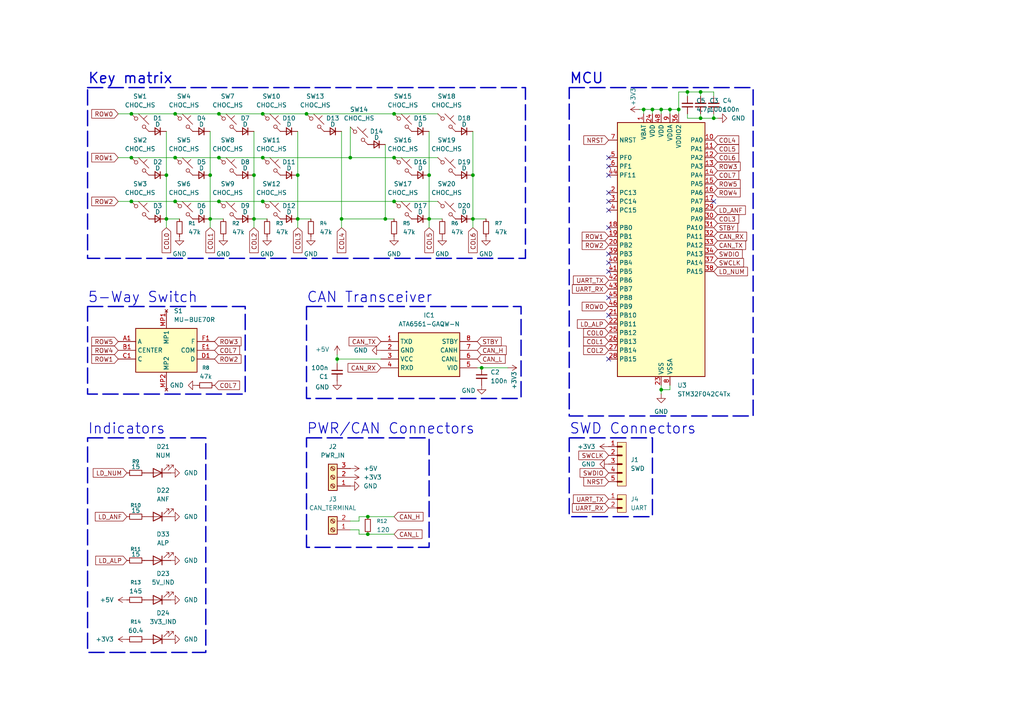
<source format=kicad_sch>
(kicad_sch (version 20250114) (generator "eeschema") (generator_version "9.0")
  (paper "A4")
  (title_block (title "AstraOS-ICP") (rev "2"))
  (rectangle (start 165.1 127) (end 189.23 149.86) (stroke (width 0.4) (type dash)))
  (rectangle (start 25.4 88.9) (end 71.12 114.3) (stroke (width 0.4) (type dash)))
  (rectangle (start 88.9 127) (end 124.46 158.75) (stroke (width 0.4) (type dash)))
  (rectangle (start 25.4 25.4) (end 152.4 74.93) (stroke (width 0.4) (type dash)))
  (rectangle (start 165.1 25.4) (end 218.44 120.65) (stroke (width 0.4) (type dash)))
  (rectangle (start 88.9 88.9) (end 151.13 115.57) (stroke (width 0.4) (type dash)))
  (rectangle (start 25.4 127) (end 59.69 189.23) (stroke (width 0.4) (type dash)))
  (text "Indicators" (at 25.4 124.46 0) (effects (font (size 3 3) (thickness 0.25)) (justify left)))
  (text "CAN Transceiver" (at 88.9 86.36 0) (effects (font (size 3 3) (thickness 0.25)) (justify left)))
  (text "PWR/CAN Connectors" (at 88.9 124.46 0) (effects (font (size 3 3) (thickness 0.25)) (justify left)))
  (text "SWD Connectors" (at 165.1 124.46 0) (effects (font (size 3 3) (thickness 0.25)) (justify left)))
  (text "MCU" (at 165.1 22.86 0) (effects (font (size 3 3) (thickness 0.375)) (justify left)))
  (text "Key matrix" (at 25.4 22.86 0) (effects (font (size 3 3) (thickness 0.375)) (justify left)))
  (text "5-Way Switch" (at 25.4 86.36 0) (effects (font (size 3 3) (thickness 0.25)) (justify left)))
  (junction (at 203.2 34.29))
  (junction (at 38.1 58.42))
  (junction (at 60.96 50.8))
  (junction (at 124.46 63.5))
  (junction (at 63.5 58.42))
  (junction (at 76.2 45.72))
  (junction (at 50.8 45.72))
  (junction (at 203.2 26.67))
  (junction (at 73.66 63.5))
  (junction (at 199.39 26.67))
  (junction (at 38.1 45.72))
  (junction (at 63.5 45.72))
  (junction (at 86.36 63.5))
  (junction (at 191.77 31.75))
  (junction (at 86.36 50.8))
  (junction (at 106.68 154.94))
  (junction (at 137.16 50.8))
  (junction (at 114.3 45.72))
  (junction (at 76.2 58.42))
  (junction (at 124.46 50.8))
  (junction (at 99.06 63.5))
  (junction (at 50.8 58.42))
  (junction (at 194.31 31.75))
  (junction (at 97.79 104.14))
  (junction (at 106.68 149.86))
  (junction (at 207.01 34.29))
  (junction (at 137.16 63.5))
  (junction (at 88.9 33.02))
  (junction (at 63.5 33.02))
  (junction (at 101.6 45.72))
  (junction (at 76.2 33.02))
  (junction (at 50.8 33.02))
  (junction (at 196.85 31.75))
  (junction (at 139.7 106.68))
  (junction (at 189.23 31.75))
  (junction (at 48.26 63.5))
  (junction (at 186.69 31.75))
  (junction (at 111.76 63.5))
  (junction (at 73.66 50.8))
  (junction (at 114.3 58.42))
  (junction (at 114.3 33.02))
  (junction (at 38.1 33.02))
  (junction (at 60.96 63.5))
  (junction (at 48.26 50.8))
  (junction (at 191.77 113.03))
  (no_connect (at 176.53 48.26))
  (no_connect (at 176.53 73.66))
  (no_connect (at 207.01 58.42))
  (no_connect (at 176.53 50.8))
  (no_connect (at 176.53 86.36))
  (no_connect (at 176.53 78.74))
  (no_connect (at 176.53 58.42))
  (no_connect (at 176.53 55.88))
  (no_connect (at 176.53 45.72))
  (no_connect (at 176.53 76.2))
  (no_connect (at 176.53 104.14))
  (no_connect (at 176.53 91.44))
  (no_connect (at 176.53 66.04))
  (no_connect (at 176.53 60.96))
  (wire (pts (xy 191.77 111.76) (xy 191.77 113.03)))
  (wire (pts (xy 207.01 26.67) (xy 207.01 27.94)))
  (wire (pts (xy 60.96 63.5) (xy 64.77 63.5)))
  (wire (pts (xy 207.01 34.29) (xy 207.01 33.02)))
  (wire (pts (xy 114.3 45.72) (xy 127 45.72)))
  (wire (pts (xy 207.01 34.29) (xy 208.28 34.29)))
  (wire (pts (xy 196.85 26.67) (xy 199.39 26.67)))
  (wire (pts (xy 101.6 36.83) (xy 101.6 45.72)))
  (wire (pts (xy 186.69 31.75) (xy 186.69 33.02)))
  (wire (pts (xy 189.23 31.75) (xy 191.77 31.75)))
  (wire (pts (xy 191.77 113.03) (xy 194.31 113.03)))
  (wire (pts (xy 50.8 45.72) (xy 63.5 45.72)))
  (wire (pts (xy 73.66 50.8) (xy 73.66 63.5)))
  (wire (pts (xy 191.77 31.75) (xy 191.77 33.02)))
  (wire (pts (xy 194.31 31.75) (xy 196.85 31.75)))
  (wire (pts (xy 50.8 33.02) (xy 63.5 33.02)))
  (wire (pts (xy 139.7 106.68) (xy 138.43 106.68)))
  (wire (pts (xy 189.23 31.75) (xy 189.23 33.02)))
  (wire (pts (xy 137.16 38.1) (xy 137.16 50.8)))
  (wire (pts (xy 73.66 38.1) (xy 73.66 50.8)))
  (wire (pts (xy 199.39 26.67) (xy 199.39 27.94)))
  (wire (pts (xy 114.3 58.42) (xy 127 58.42)))
  (wire (pts (xy 186.69 31.75) (xy 189.23 31.75)))
  (wire (pts (xy 97.79 104.14) (xy 110.49 104.14)))
  (wire (pts (xy 101.6 45.72) (xy 114.3 45.72)))
  (wire (pts (xy 63.5 58.42) (xy 76.2 58.42)))
  (wire (pts (xy 106.68 154.94) (xy 114.3 154.94)))
  (wire (pts (xy 86.36 63.5) (xy 86.36 66.04)))
  (wire (pts (xy 48.26 63.5) (xy 52.07 63.5)))
  (wire (pts (xy 137.16 63.5) (xy 140.97 63.5)))
  (wire (pts (xy 111.76 63.5) (xy 114.3 63.5)))
  (wire (pts (xy 50.8 58.42) (xy 63.5 58.42)))
  (wire (pts (xy 34.29 33.02) (xy 38.1 33.02)))
  (wire (pts (xy 63.5 33.02) (xy 76.2 33.02)))
  (wire (pts (xy 203.2 26.67) (xy 207.01 26.67)))
  (wire (pts (xy 194.31 113.03) (xy 194.31 111.76)))
  (wire (pts (xy 104.14 153.67) (xy 104.14 154.94)))
  (wire (pts (xy 99.06 63.5) (xy 111.76 63.5)))
  (wire (pts (xy 38.1 33.02) (xy 50.8 33.02)))
  (wire (pts (xy 147.32 106.68) (xy 139.7 106.68)))
  (wire (pts (xy 199.39 34.29) (xy 203.2 34.29)))
  (wire (pts (xy 63.5 45.72) (xy 76.2 45.72)))
  (wire (pts (xy 60.96 38.1) (xy 60.96 50.8)))
  (wire (pts (xy 191.77 113.03) (xy 191.77 114.3)))
  (wire (pts (xy 48.26 50.8) (xy 48.26 63.5)))
  (wire (pts (xy 104.14 154.94) (xy 106.68 154.94)))
  (wire (pts (xy 137.16 63.5) (xy 137.16 66.04)))
  (wire (pts (xy 60.96 63.5) (xy 60.96 66.04)))
  (wire (pts (xy 97.79 105.41) (xy 97.79 104.14)))
  (wire (pts (xy 124.46 50.8) (xy 124.46 63.5)))
  (wire (pts (xy 124.46 38.1) (xy 124.46 50.8)))
  (wire (pts (xy 203.2 34.29) (xy 207.01 34.29)))
  (wire (pts (xy 196.85 31.75) (xy 196.85 33.02)))
  (wire (pts (xy 86.36 38.1) (xy 86.36 50.8)))
  (wire (pts (xy 104.14 149.86) (xy 106.68 149.86)))
  (wire (pts (xy 137.16 50.8) (xy 137.16 63.5)))
  (wire (pts (xy 104.14 151.13) (xy 104.14 149.86)))
  (wire (pts (xy 38.1 58.42) (xy 50.8 58.42)))
  (wire (pts (xy 99.06 38.1) (xy 99.06 63.5)))
  (wire (pts (xy 203.2 26.67) (xy 203.2 27.94)))
  (wire (pts (xy 199.39 33.02) (xy 199.39 34.29)))
  (wire (pts (xy 194.31 31.75) (xy 194.31 33.02)))
  (wire (pts (xy 86.36 50.8) (xy 86.36 63.5)))
  (wire (pts (xy 60.96 50.8) (xy 60.96 63.5)))
  (wire (pts (xy 196.85 31.75) (xy 196.85 26.67)))
  (wire (pts (xy 124.46 63.5) (xy 124.46 66.04)))
  (wire (pts (xy 76.2 58.42) (xy 114.3 58.42)))
  (wire (pts (xy 48.26 63.5) (xy 48.26 66.04)))
  (wire (pts (xy 34.29 58.42) (xy 38.1 58.42)))
  (wire (pts (xy 38.1 45.72) (xy 50.8 45.72)))
  (wire (pts (xy 114.3 33.02) (xy 127 33.02)))
  (wire (pts (xy 73.66 63.5) (xy 77.47 63.5)))
  (wire (pts (xy 76.2 33.02) (xy 88.9 33.02)))
  (wire (pts (xy 73.66 63.5) (xy 73.66 66.04)))
  (wire (pts (xy 86.36 63.5) (xy 90.17 63.5)))
  (wire (pts (xy 106.68 149.86) (xy 114.3 149.86)))
  (wire (pts (xy 99.06 63.5) (xy 99.06 66.04)))
  (wire (pts (xy 185.42 31.75) (xy 186.69 31.75)))
  (wire (pts (xy 111.76 41.91) (xy 111.76 63.5)))
  (wire (pts (xy 124.46 63.5) (xy 128.27 63.5)))
  (wire (pts (xy 88.9 33.02) (xy 114.3 33.02)))
  (wire (pts (xy 203.2 34.29) (xy 203.2 33.02)))
  (wire (pts (xy 34.29 45.72) (xy 38.1 45.72)))
  (wire (pts (xy 76.2 45.72) (xy 101.6 45.72)))
  (wire (pts (xy 48.26 38.1) (xy 48.26 50.8)))
  (wire (pts (xy 101.6 151.13) (xy 104.14 151.13)))
  (wire (pts (xy 97.79 102.87) (xy 97.79 104.14)))
  (wire (pts (xy 101.6 153.67) (xy 104.14 153.67)))
  (wire (pts (xy 199.39 26.67) (xy 203.2 26.67)))
  (wire (pts (xy 191.77 31.75) (xy 194.31 31.75)))
  (global_label "ROW3" (shape input) (at 207.01 48.26 0) (property "Intersheetrefs" "${INTERSHEET_REFS}" (effects (hide yes))))
  (global_label "UART_TX" (shape input) (at 176.53 81.28 180) (property "Intersheetrefs" "${INTERSHEET_REFS}" (effects (hide yes))))
  (global_label "SWDIO" (shape input) (at 207.01 73.66 0) (property "Intersheetrefs" "${INTERSHEET_REFS}" (effects (hide yes))))
  (global_label "ROW4" (shape input) (at 207.01 55.88 0) (property "Intersheetrefs" "${INTERSHEET_REFS}" (effects (hide yes))))
  (global_label "NRST" (shape input) (at 176.53 139.7 180) (property "Intersheetrefs" "${INTERSHEET_REFS}" (effects (hide yes))))
  (global_label "COL0" (shape input) (at 176.53 96.52 180) (property "Intersheetrefs" "${INTERSHEET_REFS}" (effects (hide yes))))
  (global_label "ROW1" (shape input) (at 34.29 45.72 180) (property "Intersheetrefs" "${INTERSHEET_REFS}" (effects (hide yes))))
  (global_label "COL3" (shape input) (at 207.01 63.5 0) (property "Intersheetrefs" "${INTERSHEET_REFS}" (effects (hide yes))))
  (global_label "STBY" (shape input) (at 138.43 99.06 0) (property "Intersheetrefs" "${INTERSHEET_REFS}" (effects (hide yes))))
  (global_label "UART_TX" (shape input) (at 176.53 144.78 180) (property "Intersheetrefs" "${INTERSHEET_REFS}" (effects (hide yes))))
  (global_label "SWCLK" (shape input) (at 207.01 76.2 0) (property "Intersheetrefs" "${INTERSHEET_REFS}" (effects (hide yes))))
  (global_label "COL4" (shape input) (at 207.01 40.64 0) (property "Intersheetrefs" "${INTERSHEET_REFS}" (effects (hide yes))))
  (global_label "ROW2" (shape input) (at 176.53 71.12 180) (property "Intersheetrefs" "${INTERSHEET_REFS}" (effects (hide yes))))
  (global_label "ROW4" (shape input) (at 34.29 101.6 180) (property "Intersheetrefs" "${INTERSHEET_REFS}" (effects (hide yes))))
  (global_label "COL6" (shape input) (at 137.16 66.04 270) (property "Intersheetrefs" "${INTERSHEET_REFS}" (effects (hide yes))))
  (global_label "ROW2" (shape input) (at 34.29 58.42 180) (property "Intersheetrefs" "${INTERSHEET_REFS}" (effects (hide yes))))
  (global_label "LD_ANF" (shape input) (at 207.01 60.96 0) (property "Intersheetrefs" "${INTERSHEET_REFS}" (effects (hide yes))))
  (global_label "ROW3" (shape input) (at 62.23 99.06 0) (property "Intersheetrefs" "${INTERSHEET_REFS}" (effects (hide yes))))
  (global_label "ROW5" (shape input) (at 34.29 99.06 180) (property "Intersheetrefs" "${INTERSHEET_REFS}" (effects (hide yes))))
  (global_label "COL4" (shape input) (at 99.06 66.04 270) (property "Intersheetrefs" "${INTERSHEET_REFS}" (effects (hide yes))))
  (global_label "SWCLK" (shape input) (at 176.53 132.08 180) (property "Intersheetrefs" "${INTERSHEET_REFS}" (effects (hide yes))))
  (global_label "CAN_TX" (shape input) (at 110.49 99.06 180) (property "Intersheetrefs" "${INTERSHEET_REFS}" (effects (hide yes))))
  (global_label "STBY" (shape input) (at 207.01 66.04 0) (property "Intersheetrefs" "${INTERSHEET_REFS}" (effects (hide yes))))
  (global_label "COL2" (shape input) (at 73.66 66.04 270) (property "Intersheetrefs" "${INTERSHEET_REFS}" (effects (hide yes))))
  (global_label "CAN_TX" (shape input) (at 207.01 71.12 0) (property "Intersheetrefs" "${INTERSHEET_REFS}" (effects (hide yes))))
  (global_label "ROW0" (shape input) (at 176.53 88.9 180) (property "Intersheetrefs" "${INTERSHEET_REFS}" (effects (hide yes))))
  (global_label "ROW2" (shape input) (at 62.23 104.14 0) (property "Intersheetrefs" "${INTERSHEET_REFS}" (effects (hide yes))))
  (global_label "COL7" (shape input) (at 62.23 101.6 0) (property "Intersheetrefs" "${INTERSHEET_REFS}" (effects (hide yes))))
  (global_label "LD_ANF" (shape input) (at 36.83 149.86 180) (property "Intersheetrefs" "${INTERSHEET_REFS}" (effects (hide yes))))
  (global_label "COL5" (shape input) (at 124.46 66.04 270) (property "Intersheetrefs" "${INTERSHEET_REFS}" (effects (hide yes))))
  (global_label "LD_NUM" (shape input) (at 207.01 78.74 0) (property "Intersheetrefs" "${INTERSHEET_REFS}" (effects (hide yes))))
  (global_label "COL2" (shape input) (at 176.53 101.6 180) (property "Intersheetrefs" "${INTERSHEET_REFS}" (effects (hide yes))))
  (global_label "COL7" (shape input) (at 207.01 50.8 0) (property "Intersheetrefs" "${INTERSHEET_REFS}" (effects (hide yes))))
  (global_label "COL7" (shape input) (at 62.23 111.76 0) (property "Intersheetrefs" "${INTERSHEET_REFS}" (effects (hide yes))))
  (global_label "COL3" (shape input) (at 86.36 66.04 270) (property "Intersheetrefs" "${INTERSHEET_REFS}" (effects (hide yes))))
  (global_label "COL6" (shape input) (at 207.01 45.72 0) (property "Intersheetrefs" "${INTERSHEET_REFS}" (effects (hide yes))))
  (global_label "LD_ALP" (shape input) (at 36.83 162.56 180) (property "Intersheetrefs" "${INTERSHEET_REFS}" (effects (hide yes))))
  (global_label "ROW0" (shape input) (at 34.29 33.02 180) (property "Intersheetrefs" "${INTERSHEET_REFS}" (effects (hide yes))))
  (global_label "LD_ALP" (shape input) (at 176.53 93.98 180) (property "Intersheetrefs" "${INTERSHEET_REFS}" (effects (hide yes))))
  (global_label "ROW1" (shape input) (at 176.53 68.58 180) (property "Intersheetrefs" "${INTERSHEET_REFS}" (effects (hide yes))))
  (global_label "CAN_RX" (shape input) (at 110.49 106.68 180) (property "Intersheetrefs" "${INTERSHEET_REFS}" (effects (hide yes))))
  (global_label "CAN_RX" (shape input) (at 207.01 68.58 0) (property "Intersheetrefs" "${INTERSHEET_REFS}" (effects (hide yes))))
  (global_label "CAN_H" (shape input) (at 138.43 101.6 0) (property "Intersheetrefs" "${INTERSHEET_REFS}" (effects (hide yes))))
  (global_label "COL1" (shape input) (at 60.96 66.04 270) (property "Intersheetrefs" "${INTERSHEET_REFS}" (effects (hide yes))))
  (global_label "NRST" (shape input) (at 176.53 40.64 180) (property "Intersheetrefs" "${INTERSHEET_REFS}" (effects (hide yes))))
  (global_label "COL1" (shape input) (at 176.53 99.06 180) (property "Intersheetrefs" "${INTERSHEET_REFS}" (effects (hide yes))))
  (global_label "UART_RX" (shape input) (at 176.53 147.32 180) (property "Intersheetrefs" "${INTERSHEET_REFS}" (effects (hide yes))))
  (global_label "ROW5" (shape input) (at 207.01 53.34 0) (property "Intersheetrefs" "${INTERSHEET_REFS}" (effects (hide yes))))
  (global_label "CAN_H" (shape input) (at 114.3 149.86 0) (property "Intersheetrefs" "${INTERSHEET_REFS}" (effects (hide yes))))
  (global_label "ROW1" (shape input) (at 34.29 104.14 180) (property "Intersheetrefs" "${INTERSHEET_REFS}" (effects (hide yes))))
  (global_label "UART_RX" (shape input) (at 176.53 83.82 180) (property "Intersheetrefs" "${INTERSHEET_REFS}" (effects (hide yes))))
  (global_label "LD_NUM" (shape input) (at 36.83 137.16 180) (property "Intersheetrefs" "${INTERSHEET_REFS}" (effects (hide yes))))
  (global_label "COL5" (shape input) (at 207.01 43.18 0) (property "Intersheetrefs" "${INTERSHEET_REFS}" (effects (hide yes))))
  (global_label "SWDIO" (shape input) (at 176.53 137.16 180) (property "Intersheetrefs" "${INTERSHEET_REFS}" (effects (hide yes))))
  (global_label "CAN_L" (shape input) (at 114.3 154.94 0) (property "Intersheetrefs" "${INTERSHEET_REFS}" (effects (hide yes))))
  (global_label "COL0" (shape input) (at 48.26 66.04 270) (property "Intersheetrefs" "${INTERSHEET_REFS}" (effects (hide yes))))
  (global_label "CAN_L" (shape input) (at 138.43 104.14 0) (property "Intersheetrefs" "${INTERSHEET_REFS}" (effects (hide yes))))
  (symbol (lib_id "Switch:SW_Push_45deg") (at 53.34 60.96 0) (unit 1)
    (property "Reference" "SW6" (at 53.34 53.34 0))
    (property "Value" "CHOC_HS" (at 53.34 55.88 0))
    (property "Footprint" "PCM_Switch_Keyboard_Hotswap_Kailh:SW_Hotswap_Kailh_Choc_V1V2_1.00u" (effects (hide yes)))
    (property "Description" "Push button switch, normally open, two pins, 45° tilted" (effects (hide yes)))
  )
  (symbol (lib_id "Device:LED") (at 45.72 185.42 180) (unit 1)
    (property "Reference" "D24" (at 47.3075 177.8 0))
    (property "Value" "3V3_IND" (at 47.3075 180.34 0))
    (property "Footprint" "LED_SMD:LED_0603_1608Metric_Pad1.05x0.95mm_HandSolder" (effects (hide yes)))
    (property "Description" "Light emitting diode" (effects (hide yes)))
    (property "Sim.Pins" "1=K 2=A" (effects (hide yes)))
    (property "Part Number" "LTST-C190AKT" (effects (hide yes)))
  )
  (symbol (lib_id "Switch:SW_Push_45deg") (at 91.44 35.56 0) (unit 1)
    (property "Reference" "SW13" (at 91.44 27.94 0))
    (property "Value" "CHOC_HS" (at 91.44 30.48 0))
    (property "Footprint" "PCM_Switch_Keyboard_Hotswap_Kailh:SW_Hotswap_Kailh_Choc_V1V2_1.00u" (effects (hide yes)))
    (property "Description" "Push button switch, normally open, two pins, 45° tilted" (effects (hide yes)))
  )
  (symbol (lib_id "Device:LED") (at 45.72 173.99 180) (unit 1)
    (property "Reference" "D23" (at 47.3075 166.37 0))
    (property "Value" "5V_IND" (at 47.3075 168.91 0))
    (property "Footprint" "LED_SMD:LED_0603_1608Metric_Pad1.05x0.95mm_HandSolder" (effects (hide yes)))
    (property "Description" "Light emitting diode" (effects (hide yes)))
    (property "Sim.Pins" "1=K 2=A" (effects (hide yes)))
    (property "Part Number" "LTST-C190AKT" (effects (hide yes)))
  )
  (symbol (lib_id "power:+3V3") (at 185.42 31.75 90) (unit 1)
    (property "Reference" "#PWR026" (effects (hide yes)))
    (property "Value" "+3V3" (at 183.642 30.734 0) (effects (justify left)))
    (property "Description" "Power symbol creates a global label with name \"+3V3\"" (effects (hide yes)))
  )
  (symbol (lib_id "Device:LED") (at 45.72 149.86 180) (unit 1)
    (property "Reference" "D22" (at 47.3075 142.24 0))
    (property "Value" "ANF" (at 47.3075 144.78 0))
    (property "Footprint" "LED_SMD:LED_0603_1608Metric_Pad1.05x0.95mm_HandSolder" (effects (hide yes)))
    (property "Description" "Light emitting diode" (effects (hide yes)))
    (property "Sim.Pins" "1=K 2=A" (effects (hide yes)))
    (property "Part Number" "599-2000-147F" (effects (hide yes)))
  )
  (symbol (lib_id "Switch:SW_Push_45deg") (at 104.14 39.37 0) (unit 1)
    (property "Reference" "SW14" (at 104.14 31.75 0))
    (property "Value" "CHOC_HS" (at 104.14 34.29 0))
    (property "Footprint" "PCM_Switch_Keyboard_Hotswap_Kailh:SW_Hotswap_Kailh_Choc_V1V2_1.00u" (effects (hide yes)))
    (property "Description" "Push button switch, normally open, two pins, 45° tilted" (effects (hide yes)))
  )
  (symbol (lib_id "Device:D_Small") (at 121.92 50.8 180) (unit 1)
    (property "Reference" "D16" (at 121.92 46.99 0))
    (property "Value" "D" (at 121.92 48.768 0))
    (property "Footprint" "PCM_Diode_SMD_AKL:D_0603_1608Metric_Pad1.05x0.95mm_HandSolder" (effects (hide yes)))
    (property "Description" "Diode, small symbol" (effects (hide yes)))
    (property "Sim.Device" "D" (effects (hide yes)))
    (property "Sim.Pins" "1=K 2=A" (effects (hide yes)))
  )
  (symbol (lib_id "power:GND") (at 140.97 68.58 0) (unit 1)
    (property "Reference" "#PWR022" (effects (hide yes)))
    (property "Value" "GND" (at 140.97 73.66 0))
    (property "Description" "Power symbol creates a global label with name \"GND\" , ground" (effects (hide yes)))
  )
  (symbol (lib_id "power:+3V3") (at 176.53 129.54 90) (unit 1)
    (property "Reference" "#PWR034" (effects (hide yes)))
    (property "Value" "+3V3" (at 172.72 129.5399 90) (effects (justify left)))
    (property "Description" "Power symbol creates a global label with name \"+3V3\"" (effects (hide yes)))
  )
  (symbol (lib_id "Device:C_Small") (at 207.01 30.48 180) (unit 1)
    (property "Reference" "C4" (at 209.55 29.2035 0) (effects (justify right)))
    (property "Value" "100n" (at 209.55 31.7435 0) (effects (justify right)))
    (property "Footprint" "Capacitor_SMD:C_0603_1608Metric_Pad1.08x0.95mm_HandSolder" (effects (hide yes)))
    (property "Description" "Unpolarized capacitor, small symbol" (effects (hide yes)))
  )
  (symbol (lib_id "power:+3V3") (at 147.32 106.68 270) (unit 1)
    (property "Reference" "#PWR02" (effects (hide yes)))
    (property "Value" "+3V3" (at 149.098 107.696 0) (effects (justify left)))
    (property "Description" "Power symbol creates a global label with name \"+3V3\"" (effects (hide yes)))
  )
  (symbol (lib_id "Switch:SW_Push_45deg") (at 66.04 48.26 0) (unit 1)
    (property "Reference" "SW8" (at 66.04 40.64 0))
    (property "Value" "CHOC_HS" (at 66.04 43.18 0))
    (property "Footprint" "PCM_Switch_Keyboard_Hotswap_Kailh:SW_Hotswap_Kailh_Choc_V1V2_1.00u" (effects (hide yes)))
    (property "Description" "Push button switch, normally open, two pins, 45° tilted" (effects (hide yes)))
  )
  (symbol (lib_id "Device:R_Small") (at 64.77 66.04 180) (unit 1)
    (property "Reference" "R2" (at 67.31 64.7699 0) (effects (font (size 1.016 1.016)) (justify right)))
    (property "Value" "47k" (at 67.31 67.3099 0) (effects (justify right)))
    (property "Footprint" "PCM_Resistor_SMD_AKL:R_0201_0603Metric_Pad0.64x0.40mm_HandSolder" (effects (hide yes)))
    (property "Description" "Resistor, small symbol" (effects (hide yes)))
  )
  (symbol (lib_id "PCM_SL_Pin_Headers:PINHD_1x5_Male") (at 180.34 134.62 0) (unit 1)
    (property "Reference" "J1" (at 182.88 133.3499 0) (effects (justify left)))
    (property "Value" "SWD" (at 182.88 135.8899 0) (effects (justify left)))
    (property "Footprint" "Connector_PinHeader_2.54mm:PinHeader_1x05_P2.54mm_Vertical" (effects (hide yes)))
    (property "Description" "Pin Header male with pin space 2.54mm. Pin Count -5" (effects (hide yes)))
  )
  (symbol (lib_id "power:GND") (at 52.07 68.58 0) (unit 1)
    (property "Reference" "#PWR016" (effects (hide yes)))
    (property "Value" "GND" (at 52.07 73.66 0))
    (property "Description" "Power symbol creates a global label with name \"GND\" , ground" (effects (hide yes)))
  )
  (symbol (lib_id "power:GND") (at 77.47 68.58 0) (unit 1)
    (property "Reference" "#PWR018" (effects (hide yes)))
    (property "Value" "GND" (at 77.47 73.66 0))
    (property "Description" "Power symbol creates a global label with name \"GND\" , ground" (effects (hide yes)))
  )
  (symbol (lib_id "Device:D_Small") (at 45.72 50.8 180) (unit 1)
    (property "Reference" "D2" (at 45.72 46.99 0))
    (property "Value" "D" (at 45.72 48.768 0))
    (property "Footprint" "PCM_Diode_SMD_AKL:D_0603_1608Metric_Pad1.05x0.95mm_HandSolder" (effects (hide yes)))
    (property "Description" "Diode, small symbol" (effects (hide yes)))
    (property "Sim.Device" "D" (effects (hide yes)))
    (property "Sim.Pins" "1=K 2=A" (effects (hide yes)))
  )
  (symbol (lib_id "Switch:SW_Push_45deg") (at 116.84 60.96 0) (unit 1)
    (property "Reference" "SW17" (at 116.84 53.34 0))
    (property "Value" "CHOC_HS" (at 116.84 55.88 0))
    (property "Footprint" "PCM_Switch_Keyboard_Hotswap_Kailh:SW_Hotswap_Kailh_Choc_V1V2_1.00u" (effects (hide yes)))
    (property "Description" "Push button switch, normally open, two pins, 45° tilted" (effects (hide yes)))
  )
  (symbol (lib_id "Device:D_Small") (at 83.82 50.8 180) (unit 1)
    (property "Reference" "D11" (at 83.82 46.99 0))
    (property "Value" "D" (at 83.82 48.768 0))
    (property "Footprint" "PCM_Diode_SMD_AKL:D_0603_1608Metric_Pad1.05x0.95mm_HandSolder" (effects (hide yes)))
    (property "Description" "Diode, small symbol" (effects (hide yes)))
    (property "Sim.Device" "D" (effects (hide yes)))
    (property "Sim.Pins" "1=K 2=A" (effects (hide yes)))
  )
  (symbol (lib_id "Device:R_Small") (at 128.27 66.04 180) (unit 1)
    (property "Reference" "R6" (at 130.81 64.7699 0) (effects (font (size 1.016 1.016)) (justify right)))
    (property "Value" "47k" (at 130.81 67.3099 0) (effects (justify right)))
    (property "Footprint" "PCM_Resistor_SMD_AKL:R_0201_0603Metric_Pad0.64x0.40mm_HandSolder" (effects (hide yes)))
    (property "Description" "Resistor, small symbol" (effects (hide yes)))
  )
  (symbol (lib_id "Switch:SW_Push_45deg") (at 116.84 48.26 0) (unit 1)
    (property "Reference" "SW16" (at 116.84 40.64 0))
    (property "Value" "CHOC_HS" (at 116.84 43.18 0))
    (property "Footprint" "PCM_Switch_Keyboard_Hotswap_Kailh:SW_Hotswap_Kailh_Choc_V1V2_1.00u" (effects (hide yes)))
    (property "Description" "Push button switch, normally open, two pins, 45° tilted" (effects (hide yes)))
  )
  (symbol (lib_id "power:GND") (at 101.6 140.97 90) (unit 1)
    (property "Reference" "#PWR05" (effects (hide yes)))
    (property "Value" "GND" (at 105.41 140.9699 90) (effects (justify right)))
    (property "Description" "Power symbol creates a global label with name \"GND\" , ground" (effects (hide yes)))
  )
  (symbol (lib_id "Device:R_Small") (at 106.68 152.4 0) (unit 1)
    (property "Reference" "R12" (at 109.22 151.1299 0) (effects (font (size 1.016 1.016)) (justify left)))
    (property "Value" "120" (at 109.22 153.6699 0) (effects (justify left)))
    (property "Footprint" "PCM_Resistor_SMD_AKL:R_0603_1608Metric_Pad1.05x0.95mm_HandSolder" (effects (hide yes)))
    (property "Description" "Resistor, small symbol" (effects (hide yes)))
  )
  (symbol (lib_id "Device:R_Small") (at 39.37 162.56 90) (unit 1)
    (property "Reference" "R11" (at 39.37 159.258 90) (effects (font (size 1.016 1.016))))
    (property "Value" "15" (at 39.37 160.782 90))
    (property "Footprint" "PCM_Resistor_SMD_AKL:R_0201_0603Metric_Pad0.64x0.40mm_HandSolder" (effects (hide yes)))
    (property "Description" "Resistor, small symbol" (effects (hide yes)))
  )
  (symbol (lib_id "ATA6561-GAQW-N:ATA6561-GAQW-N") (at 110.49 99.06 0) (unit 1)
    (property "Reference" "IC1" (at 124.46 91.44 0))
    (property "Value" "ATA6561-GAQW-N" (at 124.46 93.98 0))
    (property "Footprint" "SOIC127P600X175-8N" (effects (hide yes)))
    (property "Datasheet" "http://ww1.microchip.com/downloads/en/DeviceDoc/ATA6560-ATA6561-High-Speed-CAN-Transceiver-DS20005991A.pdf" (effects (hide yes)))
    (property "Description" "MICROCHIP - ATA6561-GAQW-N - CAN TRANSCEIVER, 5MBPS, -40 TO 150DEG C" (effects (hide yes)))
    (property "Height" "1.75" (effects (hide yes)))
    (property "Part Number" "ATA6561-GAQW-N" (effects (hide yes)))
  )
  (symbol (lib_id "power:+5V") (at 97.79 102.87 0) (unit 1)
    (property "Reference" "#PWR01" (effects (hide yes)))
    (property "Value" "+5V" (at 91.44 101.346 0) (effects (justify left)))
    (property "Description" "Power symbol creates a global label with name \"+5V\"" (effects (hide yes)))
  )
  (symbol (lib_id "Device:D_Small") (at 58.42 63.5 180) (unit 1)
    (property "Reference" "D6" (at 58.42 59.69 0))
    (property "Value" "D" (at 58.42 61.468 0))
    (property "Footprint" "PCM_Diode_SMD_AKL:D_0603_1608Metric_Pad1.05x0.95mm_HandSolder" (effects (hide yes)))
    (property "Description" "Diode, small symbol" (effects (hide yes)))
    (property "Sim.Device" "D" (effects (hide yes)))
    (property "Sim.Pins" "1=K 2=A" (effects (hide yes)))
  )
  (symbol (lib_id "Device:D_Small") (at 71.12 38.1 180) (unit 1)
    (property "Reference" "D7" (at 71.12 34.29 0))
    (property "Value" "D" (at 71.12 36.068 0))
    (property "Footprint" "PCM_Diode_SMD_AKL:D_0603_1608Metric_Pad1.05x0.95mm_HandSolder" (effects (hide yes)))
    (property "Description" "Diode, small symbol" (effects (hide yes)))
    (property "Sim.Device" "D" (effects (hide yes)))
    (property "Sim.Pins" "1=K 2=A" (effects (hide yes)))
  )
  (symbol (lib_id "Switch:SW_Push_45deg") (at 78.74 48.26 0) (unit 1)
    (property "Reference" "SW11" (at 78.74 40.64 0))
    (property "Value" "CHOC_HS" (at 78.74 43.18 0))
    (property "Footprint" "PCM_Switch_Keyboard_Hotswap_Kailh:SW_Hotswap_Kailh_Choc_V1V2_1.00u" (effects (hide yes)))
    (property "Description" "Push button switch, normally open, two pins, 45° tilted" (effects (hide yes)))
  )
  (symbol (lib_id "power:GND") (at 49.53 185.42 90) (unit 1)
    (property "Reference" "#PWR011" (effects (hide yes)))
    (property "Value" "GND" (at 53.34 185.4199 90) (effects (justify right)))
    (property "Description" "Power symbol creates a global label with name \"GND\" , ground" (effects (hide yes)))
  )
  (symbol (lib_id "Device:D_Small") (at 71.12 50.8 180) (unit 1)
    (property "Reference" "D8" (at 71.12 46.99 0))
    (property "Value" "D" (at 71.12 48.768 0))
    (property "Footprint" "PCM_Diode_SMD_AKL:D_0603_1608Metric_Pad1.05x0.95mm_HandSolder" (effects (hide yes)))
    (property "Description" "Diode, small symbol" (effects (hide yes)))
    (property "Sim.Device" "D" (effects (hide yes)))
    (property "Sim.Pins" "1=K 2=A" (effects (hide yes)))
  )
  (symbol (lib_id "Device:R_Small") (at 140.97 66.04 180) (unit 1)
    (property "Reference" "R7" (at 143.51 64.7699 0) (effects (font (size 1.016 1.016)) (justify right)))
    (property "Value" "47k" (at 143.51 67.3099 0) (effects (justify right)))
    (property "Footprint" "PCM_Resistor_SMD_AKL:R_0201_0603Metric_Pad0.64x0.40mm_HandSolder" (effects (hide yes)))
    (property "Description" "Resistor, small symbol" (effects (hide yes)))
  )
  (symbol (lib_id "MCU_ST_STM32F0:STM32F042C6Tx") (at 191.77 73.66 0) (unit 1)
    (property "Reference" "U3" (at 196.4533 111.76 0) (effects (justify left)))
    (property "Value" "STM32F042C4Tx" (at 196.4533 114.3 0) (effects (justify left)))
    (property "Footprint" "Package_QFP:LQFP-48_7x7mm_P0.5mm" (effects (hide yes)))
    (property "Datasheet" "https://www.st.com/resource/en/datasheet/stm32f042c4.pdf" (effects (hide yes)))
    (property "Description" "STMicroelectronics Arm Cortex-M0 MCU, 16KB flash, 6KB RAM, 48 MHz, 2.0-3.6V, 38 GPIO, LQFP48" (effects (hide yes)))
    (property "Part Number" "STM32F042C4T6" (effects (hide yes)))
  )
  (symbol (lib_id "Device:D_Small") (at 134.62 38.1 180) (unit 1)
    (property "Reference" "D18" (at 134.62 34.29 0))
    (property "Value" "D" (at 134.62 36.068 0))
    (property "Footprint" "PCM_Diode_SMD_AKL:D_0603_1608Metric_Pad1.05x0.95mm_HandSolder" (effects (hide yes)))
    (property "Description" "Diode, small symbol" (effects (hide yes)))
    (property "Sim.Device" "D" (effects (hide yes)))
    (property "Sim.Pins" "1=K 2=A" (effects (hide yes)))
  )
  (symbol (lib_id "Device:D_Small") (at 109.22 41.91 180) (unit 1)
    (property "Reference" "D14" (at 109.22 38.1 0))
    (property "Value" "D" (at 109.22 39.878 0))
    (property "Footprint" "PCM_Diode_SMD_AKL:D_0603_1608Metric_Pad1.05x0.95mm_HandSolder" (effects (hide yes)))
    (property "Description" "Diode, small symbol" (effects (hide yes)))
    (property "Sim.Device" "D" (effects (hide yes)))
    (property "Sim.Pins" "1=K 2=A" (effects (hide yes)))
  )
  (symbol (lib_id "power:+3V3") (at 36.83 185.42 90) (unit 1)
    (property "Reference" "#PWR09" (effects (hide yes)))
    (property "Value" "+3V3" (at 33.02 185.4199 90) (effects (justify left)))
    (property "Description" "Power symbol creates a global label with name \"+3V3\"" (effects (hide yes)))
  )
  (symbol (lib_id "Device:D_Small") (at 121.92 63.5 180) (unit 1)
    (property "Reference" "D17" (at 121.92 59.69 0))
    (property "Value" "D" (at 121.92 61.468 0))
    (property "Footprint" "PCM_Diode_SMD_AKL:D_0603_1608Metric_Pad1.05x0.95mm_HandSolder" (effects (hide yes)))
    (property "Description" "Diode, small symbol" (effects (hide yes)))
    (property "Sim.Device" "D" (effects (hide yes)))
    (property "Sim.Pins" "1=K 2=A" (effects (hide yes)))
  )
  (symbol (lib_id "Switch:SW_Push_45deg") (at 53.34 48.26 0) (unit 1)
    (property "Reference" "SW5" (at 53.34 40.64 0))
    (property "Value" "CHOC_HS" (at 53.34 43.18 0))
    (property "Footprint" "PCM_Switch_Keyboard_Hotswap_Kailh:SW_Hotswap_Kailh_Choc_V1V2_1.00u" (effects (hide yes)))
    (property "Description" "Push button switch, normally open, two pins, 45° tilted" (effects (hide yes)))
  )
  (symbol (lib_id "power:GND") (at 57.15 111.76 270) (unit 1)
    (property "Reference" "#PWR023" (effects (hide yes)))
    (property "Value" "GND" (at 53.34 111.7599 90) (effects (justify right)))
    (property "Description" "Power symbol creates a global label with name \"GND\" , ground" (effects (hide yes)))
  )
  (symbol (lib_id "power:GND") (at 97.79 110.49 0) (unit 1)
    (property "Reference" "#PWR03" (effects (hide yes)))
    (property "Value" "GND" (at 93.472 112.268 0))
    (property "Description" "Power symbol creates a global label with name \"GND\" , ground" (effects (hide yes)))
  )
  (symbol (lib_id "power:GND") (at 64.77 68.58 0) (unit 1)
    (property "Reference" "#PWR017" (effects (hide yes)))
    (property "Value" "GND" (at 64.77 73.66 0))
    (property "Description" "Power symbol creates a global label with name \"GND\" , ground" (effects (hide yes)))
  )
  (symbol (lib_id "Switch:SW_Push_45deg") (at 40.64 48.26 0) (unit 1)
    (property "Reference" "SW2" (at 40.64 40.64 0))
    (property "Value" "CHOC_HS" (at 40.64 43.18 0))
    (property "Footprint" "PCM_Switch_Keyboard_Hotswap_Kailh:SW_Hotswap_Kailh_Choc_V1V2_1.00u" (effects (hide yes)))
    (property "Description" "Push button switch, normally open, two pins, 45° tilted" (effects (hide yes)))
  )
  (symbol (lib_id "Switch:SW_Push_45deg") (at 78.74 60.96 0) (unit 1)
    (property "Reference" "SW12" (at 78.74 53.34 0))
    (property "Value" "CHOC_HS" (at 78.74 55.88 0))
    (property "Footprint" "PCM_Switch_Keyboard_Hotswap_Kailh:SW_Hotswap_Kailh_Choc_V1V2_1.00u" (effects (hide yes)))
    (property "Description" "Push button switch, normally open, two pins, 45° tilted" (effects (hide yes)))
  )
  (symbol (lib_id "Device:R_Small") (at 59.69 111.76 270) (unit 1)
    (property "Reference" "R8" (at 59.69 106.68 90) (effects (font (size 1.016 1.016))))
    (property "Value" "47k" (at 59.69 109.22 90))
    (property "Footprint" "PCM_Resistor_SMD_AKL:R_0201_0603Metric_Pad0.64x0.40mm_HandSolder" (effects (hide yes)))
    (property "Description" "Resistor, small symbol" (effects (hide yes)))
  )
  (symbol (lib_id "power:GND") (at 128.27 68.58 0) (unit 1)
    (property "Reference" "#PWR021" (effects (hide yes)))
    (property "Value" "GND" (at 128.27 73.66 0))
    (property "Description" "Power symbol creates a global label with name \"GND\" , ground" (effects (hide yes)))
  )
  (symbol (lib_id "power:GND") (at 49.53 149.86 90) (unit 1)
    (property "Reference" "#PWR014" (effects (hide yes)))
    (property "Value" "GND" (at 53.34 149.8599 90) (effects (justify right)))
    (property "Description" "Power symbol creates a global label with name \"GND\" , ground" (effects (hide yes)))
  )
  (symbol (lib_id "Device:D_Small") (at 134.62 50.8 180) (unit 1)
    (property "Reference" "D19" (at 134.62 46.99 0))
    (property "Value" "D" (at 134.62 48.768 0))
    (property "Footprint" "PCM_Diode_SMD_AKL:D_0603_1608Metric_Pad1.05x0.95mm_HandSolder" (effects (hide yes)))
    (property "Description" "Diode, small symbol" (effects (hide yes)))
    (property "Sim.Device" "D" (effects (hide yes)))
    (property "Sim.Pins" "1=K 2=A" (effects (hide yes)))
  )
  (symbol (lib_id "PCM_SL_Pin_Headers:PINHD_1x2_Male") (at 180.34 146.05 0) (unit 1)
    (property "Reference" "J4" (at 182.88 144.7799 0) (effects (justify left)))
    (property "Value" "UART" (at 182.88 147.3199 0) (effects (justify left)))
    (property "Footprint" "Connector_PinHeader_2.54mm:PinHeader_1x02_P2.54mm_Vertical" (effects (hide yes)))
    (property "Description" "Pin Header male with pin space 2.54mm. Pin Count -2" (effects (hide yes)))
  )
  (symbol (lib_id "power:+5V") (at 36.83 173.99 90) (unit 1)
    (property "Reference" "#PWR08" (effects (hide yes)))
    (property "Value" "+5V" (at 33.02 173.9899 90) (effects (justify left)))
    (property "Description" "Power symbol creates a global label with name \"+5V\"" (effects (hide yes)))
  )
  (symbol (lib_id "Device:C_Small") (at 203.2 30.48 180) (unit 1)
    (property "Reference" "C3" (at 205.74 29.2035 0) (effects (justify right)))
    (property "Value" "100n" (at 205.74 31.7435 0) (effects (justify right)))
    (property "Footprint" "Capacitor_SMD:C_0603_1608Metric_Pad1.08x0.95mm_HandSolder" (effects (hide yes)))
    (property "Description" "Unpolarized capacitor, small symbol" (effects (hide yes)))
  )
  (symbol (lib_id "power:GND") (at 90.17 68.58 0) (unit 1)
    (property "Reference" "#PWR019" (effects (hide yes)))
    (property "Value" "GND" (at 90.17 73.66 0))
    (property "Description" "Power symbol creates a global label with name \"GND\" , ground" (effects (hide yes)))
  )
  (symbol (lib_id "Device:R_Small") (at 39.37 173.99 90) (unit 1)
    (property "Reference" "R13" (at 39.37 168.91 90) (effects (font (size 1.016 1.016))))
    (property "Value" "145" (at 39.37 171.45 90))
    (property "Footprint" "PCM_Resistor_SMD_AKL:R_0603_1608Metric_Pad1.05x0.95mm_HandSolder" (effects (hide yes)))
    (property "Description" "Resistor, small symbol" (effects (hide yes)))
  )
  (symbol (lib_id "Switch:SW_Push_45deg") (at 129.54 48.26 0) (unit 1)
    (property "Reference" "SW19" (at 129.54 40.64 0))
    (property "Value" "CHOC_HS" (at 129.54 43.18 0))
    (property "Footprint" "PCM_Switch_Keyboard_Hotswap_Kailh:SW_Hotswap_Kailh_Choc_V1V2_1.00u" (effects (hide yes)))
    (property "Description" "Push button switch, normally open, two pins, 45° tilted" (effects (hide yes)))
  )
  (symbol (lib_id "Device:R_Small") (at 114.3 66.04 180) (unit 1)
    (property "Reference" "R5" (at 116.84 64.7699 0) (effects (font (size 1.016 1.016)) (justify right)))
    (property "Value" "47k" (at 116.84 67.3099 0) (effects (justify right)))
    (property "Footprint" "PCM_Resistor_SMD_AKL:R_0201_0603Metric_Pad0.64x0.40mm_HandSolder" (effects (hide yes)))
    (property "Description" "Resistor, small symbol" (effects (hide yes)))
  )
  (symbol (lib_id "Device:R_Small") (at 39.37 137.16 90) (unit 1)
    (property "Reference" "R9" (at 39.37 133.858 90) (effects (font (size 1.016 1.016))))
    (property "Value" "15" (at 39.37 135.382 90))
    (property "Footprint" "PCM_Resistor_SMD_AKL:R_0201_0603Metric_Pad0.64x0.40mm_HandSolder" (effects (hide yes)))
    (property "Description" "Resistor, small symbol" (effects (hide yes)))
  )
  (symbol (lib_id "Connector:Screw_Terminal_01x02") (at 96.52 153.67 180) (unit 1)
    (property "Reference" "J3" (at 96.52 144.78 0))
    (property "Value" "CAN_TERMINAL" (at 96.52 147.32 0))
    (property "Footprint" "TerminalBlock_Phoenix:TerminalBlock_Phoenix_PT-1,5-2-5.0-H_1x02_P5.00mm_Horizontal" (effects (hide yes)))
    (property "Description" "Generic screw terminal, single row, 01x02, script generated (kicad-library-utils/schlib/autogen/connector/)" (effects (hide yes)))
  )
  (symbol (lib_id "Device:D_Small") (at 45.72 63.5 180) (unit 1)
    (property "Reference" "D3" (at 45.72 59.69 0))
    (property "Value" "D" (at 45.72 61.468 0))
    (property "Footprint" "PCM_Diode_SMD_AKL:D_0603_1608Metric_Pad1.05x0.95mm_HandSolder" (effects (hide yes)))
    (property "Description" "Diode, small symbol" (effects (hide yes)))
    (property "Sim.Device" "D" (effects (hide yes)))
    (property "Sim.Pins" "1=K 2=A" (effects (hide yes)))
  )
  (symbol (lib_id "Device:D_Small") (at 134.62 63.5 180) (unit 1)
    (property "Reference" "D20" (at 134.62 59.69 0))
    (property "Value" "D" (at 134.62 61.468 0))
    (property "Footprint" "PCM_Diode_SMD_AKL:D_0603_1608Metric_Pad1.05x0.95mm_HandSolder" (effects (hide yes)))
    (property "Description" "Diode, small symbol" (effects (hide yes)))
    (property "Sim.Device" "D" (effects (hide yes)))
    (property "Sim.Pins" "1=K 2=A" (effects (hide yes)))
  )
  (symbol (lib_id "Switch:SW_Push_45deg") (at 53.34 35.56 0) (unit 1)
    (property "Reference" "SW4" (at 53.34 27.94 0))
    (property "Value" "CHOC_HS" (at 53.34 30.48 0))
    (property "Footprint" "PCM_Switch_Keyboard_Hotswap_Kailh:SW_Hotswap_Kailh_Choc_V1V2_1.00u" (effects (hide yes)))
    (property "Description" "Push button switch, normally open, two pins, 45° tilted" (effects (hide yes)))
  )
  (symbol (lib_id "power:GND") (at 110.49 101.6 270) (unit 1)
    (property "Reference" "#PWR025" (effects (hide yes)))
    (property "Value" "GND" (at 106.68 101.5999 90) (effects (justify right)))
    (property "Description" "Power symbol creates a global label with name \"GND\" , ground" (effects (hide yes)))
  )
  (symbol (lib_id "Switch:SW_Push_45deg") (at 66.04 60.96 0) (unit 1)
    (property "Reference" "SW9" (at 66.04 53.34 0))
    (property "Value" "CHOC_HS" (at 66.04 55.88 0))
    (property "Footprint" "PCM_Switch_Keyboard_Hotswap_Kailh:SW_Hotswap_Kailh_Choc_V1V2_1.00u" (effects (hide yes)))
    (property "Description" "Push button switch, normally open, two pins, 45° tilted" (effects (hide yes)))
  )
  (symbol (lib_id "Connector:Screw_Terminal_01x03") (at 96.52 138.43 180) (unit 1)
    (property "Reference" "J2" (at 96.52 129.54 0))
    (property "Value" "PWR_IN" (at 96.52 132.08 0))
    (property "Footprint" "TerminalBlock_Phoenix:TerminalBlock_Phoenix_PT-1,5-3-5.0-H_1x03_P5.00mm_Horizontal" (effects (hide yes)))
    (property "Description" "Generic screw terminal, single row, 01x03, script generated (kicad-library-utils/schlib/autogen/connector/)" (effects (hide yes)))
  )
  (symbol (lib_id "Device:D_Small") (at 71.12 63.5 180) (unit 1)
    (property "Reference" "D9" (at 71.12 59.69 0))
    (property "Value" "D" (at 71.12 61.468 0))
    (property "Footprint" "PCM_Diode_SMD_AKL:D_0603_1608Metric_Pad1.05x0.95mm_HandSolder" (effects (hide yes)))
    (property "Description" "Diode, small symbol" (effects (hide yes)))
    (property "Sim.Device" "D" (effects (hide yes)))
    (property "Sim.Pins" "1=K 2=A" (effects (hide yes)))
  )
  (symbol (lib_id "power:GND") (at 191.77 114.3 0) (unit 1)
    (property "Reference" "#PWR024" (effects (hide yes)))
    (property "Value" "GND" (at 191.77 119.38 0))
    (property "Description" "Power symbol creates a global label with name \"GND\" , ground" (effects (hide yes)))
  )
  (symbol (lib_id "Switch:SW_Push_45deg") (at 78.74 35.56 0) (unit 1)
    (property "Reference" "SW10" (at 78.74 27.94 0))
    (property "Value" "CHOC_HS" (at 78.74 30.48 0))
    (property "Footprint" "PCM_Switch_Keyboard_Hotswap_Kailh:SW_Hotswap_Kailh_Choc_V1V2_1.00u" (effects (hide yes)))
    (property "Description" "Push button switch, normally open, two pins, 45° tilted" (effects (hide yes)))
  )
  (symbol (lib_id "Device:R_Small") (at 77.47 66.04 180) (unit 1)
    (property "Reference" "R3" (at 80.01 64.7699 0) (effects (font (size 1.016 1.016)) (justify right)))
    (property "Value" "47k" (at 80.01 67.3099 0) (effects (justify right)))
    (property "Footprint" "PCM_Resistor_SMD_AKL:R_0201_0603Metric_Pad0.64x0.40mm_HandSolder" (effects (hide yes)))
    (property "Description" "Resistor, small symbol" (effects (hide yes)))
  )
  (symbol (lib_id "power:GND") (at 49.53 137.16 90) (unit 1)
    (property "Reference" "#PWR013" (effects (hide yes)))
    (property "Value" "GND" (at 53.34 137.1599 90) (effects (justify right)))
    (property "Description" "Power symbol creates a global label with name \"GND\" , ground" (effects (hide yes)))
  )
  (symbol (lib_id "Device:LED") (at 45.72 137.16 180) (unit 1)
    (property "Reference" "D21" (at 47.3075 129.54 0))
    (property "Value" "NUM" (at 47.3075 132.08 0))
    (property "Footprint" "LED_SMD:LED_0603_1608Metric_Pad1.05x0.95mm_HandSolder" (effects (hide yes)))
    (property "Description" "Light emitting diode" (effects (hide yes)))
    (property "Sim.Pins" "1=K 2=A" (effects (hide yes)))
    (property "Part Number" "599-2000-147F" (effects (hide yes)))
  )
  (symbol (lib_id "Device:C_Small") (at 139.7 109.22 0) (unit 1)
    (property "Reference" "C2" (at 142.24 107.9562 0) (effects (justify left)))
    (property "Value" "100n" (at 142.24 110.4962 0) (effects (justify left)))
    (property "Footprint" "Capacitor_SMD:C_0603_1608Metric_Pad1.08x0.95mm_HandSolder" (effects (hide yes)))
    (property "Description" "Unpolarized capacitor, small symbol" (effects (hide yes)))
  )
  (symbol (lib_id "power:GND") (at 49.53 162.56 90) (unit 1)
    (property "Reference" "#PWR015" (effects (hide yes)))
    (property "Value" "GND" (at 53.34 162.5599 90) (effects (justify right)))
    (property "Description" "Power symbol creates a global label with name \"GND\" , ground" (effects (hide yes)))
  )
  (symbol (lib_id "Device:LED") (at 45.72 162.56 180) (unit 1)
    (property "Reference" "D33" (at 47.3075 154.94 0))
    (property "Value" "ALP" (at 47.3075 157.48 0))
    (property "Footprint" "LED_SMD:LED_0603_1608Metric_Pad1.05x0.95mm_HandSolder" (effects (hide yes)))
    (property "Description" "Light emitting diode" (effects (hide yes)))
    (property "Sim.Pins" "1=K 2=A" (effects (hide yes)))
    (property "Part Number" "599-2000-147F" (effects (hide yes)))
  )
  (symbol (lib_id "Device:R_Small") (at 39.37 149.86 90) (unit 1)
    (property "Reference" "R10" (at 39.37 146.558 90) (effects (font (size 1.016 1.016))))
    (property "Value" "15" (at 39.37 148.082 90))
    (property "Footprint" "PCM_Resistor_SMD_AKL:R_0201_0603Metric_Pad0.64x0.40mm_HandSolder" (effects (hide yes)))
    (property "Description" "Resistor, small symbol" (effects (hide yes)))
  )
  (symbol (lib_id "power:GND") (at 114.3 68.58 0) (unit 1)
    (property "Reference" "#PWR020" (effects (hide yes)))
    (property "Value" "GND" (at 114.3 73.66 0))
    (property "Description" "Power symbol creates a global label with name \"GND\" , ground" (effects (hide yes)))
  )
  (symbol (lib_id "power:GND") (at 176.53 134.62 270) (unit 1)
    (property "Reference" "#PWR035" (effects (hide yes)))
    (property "Value" "GND" (at 172.72 134.6199 90) (effects (justify right)))
    (property "Description" "Power symbol creates a global label with name \"GND\" , ground" (effects (hide yes)))
  )
  (symbol (lib_id "Device:D_Small") (at 83.82 38.1 180) (unit 1)
    (property "Reference" "D10" (at 83.82 34.29 0))
    (property "Value" "D" (at 83.82 36.068 0))
    (property "Footprint" "PCM_Diode_SMD_AKL:D_0603_1608Metric_Pad1.05x0.95mm_HandSolder" (effects (hide yes)))
    (property "Description" "Diode, small symbol" (effects (hide yes)))
    (property "Sim.Device" "D" (effects (hide yes)))
    (property "Sim.Pins" "1=K 2=A" (effects (hide yes)))
  )
  (symbol (lib_id "Switch:SW_Push_45deg") (at 66.04 35.56 0) (unit 1)
    (property "Reference" "SW7" (at 66.04 27.94 0))
    (property "Value" "CHOC_HS" (at 66.04 30.48 0))
    (property "Footprint" "PCM_Switch_Keyboard_Hotswap_Kailh:SW_Hotswap_Kailh_Choc_V1V2_1.00u" (effects (hide yes)))
    (property "Description" "Push button switch, normally open, two pins, 45° tilted" (effects (hide yes)))
  )
  (symbol (lib_id "Device:D_Small") (at 96.52 38.1 180) (unit 1)
    (property "Reference" "D13" (at 96.52 34.29 0))
    (property "Value" "D" (at 96.52 36.068 0))
    (property "Footprint" "PCM_Diode_SMD_AKL:D_0603_1608Metric_Pad1.05x0.95mm_HandSolder" (effects (hide yes)))
    (property "Description" "Diode, small symbol" (effects (hide yes)))
    (property "Sim.Device" "D" (effects (hide yes)))
    (property "Sim.Pins" "1=K 2=A" (effects (hide yes)))
  )
  (symbol (lib_id "Device:D_Small") (at 83.82 63.5 180) (unit 1)
    (property "Reference" "D12" (at 83.82 59.69 0))
    (property "Value" "D" (at 83.82 61.468 0))
    (property "Footprint" "PCM_Diode_SMD_AKL:D_0603_1608Metric_Pad1.05x0.95mm_HandSolder" (effects (hide yes)))
    (property "Description" "Diode, small symbol" (effects (hide yes)))
    (property "Sim.Device" "D" (effects (hide yes)))
    (property "Sim.Pins" "1=K 2=A" (effects (hide yes)))
  )
  (symbol (lib_id "MU-BUE70R:MU-BUE70R") (at 48.26 101.6 0) (unit 1)
    (property "Reference" "S1" (at 50.4033 90.17 0) (effects (justify left)))
    (property "Value" "MU-BUE70R" (at 50.4033 92.71 0) (effects (justify left)))
    (property "Footprint" "footprints:MUBUE70R" (effects (hide yes)))
    (property "Datasheet" "https://www.mouser.se/datasheet/2/26/PCB_MU_serie-3371204.pdf" (effects (hide yes)))
    (property "Description" "Navigation Switch, SMD, 260 gf, 12 V, 50 mA, Solder, 5" (effects (hide yes)))
    (property "Part Number" "MU-BUE70R" (effects (hide yes)))
  )
  (symbol (lib_id "Switch:SW_Push_45deg") (at 116.84 35.56 0) (unit 1)
    (property "Reference" "SW15" (at 116.84 27.94 0))
    (property "Value" "CHOC_HS" (at 116.84 30.48 0))
    (property "Footprint" "PCM_Switch_Keyboard_Hotswap_Kailh:SW_Hotswap_Kailh_Choc_V1V2_1.00u" (effects (hide yes)))
    (property "Description" "Push button switch, normally open, two pins, 45° tilted" (effects (hide yes)))
  )
  (symbol (lib_id "power:+5V") (at 101.6 135.89 270) (unit 1)
    (property "Reference" "#PWR07" (effects (hide yes)))
    (property "Value" "+5V" (at 105.41 135.8899 90) (effects (justify left)))
    (property "Description" "Power symbol creates a global label with name \"+5V\"" (effects (hide yes)))
  )
  (symbol (lib_id "Device:C_Small") (at 199.39 30.48 180) (unit 1)
    (property "Reference" "C5" (at 201.93 29.2035 0) (effects (justify right)))
    (property "Value" "4.7p" (at 201.93 31.7435 0) (effects (justify right)))
    (property "Footprint" "Capacitor_SMD:C_0603_1608Metric_Pad1.08x0.95mm_HandSolder" (effects (hide yes)))
    (property "Description" "Unpolarized capacitor, small symbol" (effects (hide yes)))
  )
  (symbol (lib_id "power:GND") (at 139.7 111.76 0) (unit 1)
    (property "Reference" "#PWR04" (effects (hide yes)))
    (property "Value" "GND" (at 135.89 113.284 0))
    (property "Description" "Power symbol creates a global label with name \"GND\" , ground" (effects (hide yes)))
  )
  (symbol (lib_id "Device:C_Small") (at 97.79 107.95 0) (unit 1)
    (property "Reference" "C1" (at 95.25 109.2265 0) (effects (justify right)))
    (property "Value" "100n" (at 95.25 106.6865 0) (effects (justify right)))
    (property "Footprint" "Capacitor_SMD:C_0603_1608Metric_Pad1.08x0.95mm_HandSolder" (effects (hide yes)))
    (property "Description" "Unpolarized capacitor, small symbol" (effects (hide yes)))
  )
  (symbol (lib_id "power:GND") (at 49.53 173.99 90) (unit 1)
    (property "Reference" "#PWR010" (effects (hide yes)))
    (property "Value" "GND" (at 53.34 173.9899 90) (effects (justify right)))
    (property "Description" "Power symbol creates a global label with name \"GND\" , ground" (effects (hide yes)))
  )
  (symbol (lib_id "Switch:SW_Push_45deg") (at 129.54 60.96 0) (unit 1)
    (property "Reference" "SW20" (at 129.54 53.34 0))
    (property "Value" "CHOC_HS" (at 129.54 55.88 0))
    (property "Footprint" "PCM_Switch_Keyboard_Hotswap_Kailh:SW_Hotswap_Kailh_Choc_V1V2_1.00u" (effects (hide yes)))
    (property "Description" "Push button switch, normally open, two pins, 45° tilted" (effects (hide yes)))
  )
  (symbol (lib_id "Switch:SW_Push_45deg") (at 40.64 35.56 0) (unit 1)
    (property "Reference" "SW1" (at 40.64 27.94 0))
    (property "Value" "CHOC_HS" (at 40.64 30.48 0))
    (property "Footprint" "PCM_Switch_Keyboard_Hotswap_Kailh:SW_Hotswap_Kailh_Choc_V1V2_1.00u" (effects (hide yes)))
    (property "Description" "Push button switch, normally open, two pins, 45° tilted" (effects (hide yes)))
  )
  (symbol (lib_id "Device:R_Small") (at 52.07 66.04 180) (unit 1)
    (property "Reference" "R1" (at 54.61 64.7699 0) (effects (font (size 1.016 1.016)) (justify right)))
    (property "Value" "47k" (at 54.61 67.3099 0) (effects (justify right)))
    (property "Footprint" "PCM_Resistor_SMD_AKL:R_0201_0603Metric_Pad0.64x0.40mm_HandSolder" (effects (hide yes)))
    (property "Description" "Resistor, small symbol" (effects (hide yes)))
  )
  (symbol (lib_id "Switch:SW_Push_45deg") (at 129.54 35.56 0) (unit 1)
    (property "Reference" "SW18" (at 129.54 27.94 0))
    (property "Value" "CHOC_HS" (at 129.54 30.48 0))
    (property "Footprint" "PCM_Switch_Keyboard_Hotswap_Kailh:SW_Hotswap_Kailh_Choc_V1V2_1.00u" (effects (hide yes)))
    (property "Description" "Push button switch, normally open, two pins, 45° tilted" (effects (hide yes)))
  )
  (symbol (lib_id "Device:D_Small") (at 45.72 38.1 180) (unit 1)
    (property "Reference" "D1" (at 45.72 34.29 0))
    (property "Value" "D" (at 45.72 36.068 0))
    (property "Footprint" "PCM_Diode_SMD_AKL:D_0603_1608Metric_Pad1.05x0.95mm_HandSolder" (effects (hide yes)))
    (property "Description" "Diode, small symbol" (effects (hide yes)))
    (property "Sim.Device" "D" (effects (hide yes)))
    (property "Sim.Pins" "1=K 2=A" (effects (hide yes)))
  )
  (symbol (lib_id "Device:R_Small") (at 90.17 66.04 180) (unit 1)
    (property "Reference" "R4" (at 92.71 64.7699 0) (effects (font (size 1.016 1.016)) (justify right)))
    (property "Value" "47k" (at 92.71 67.3099 0) (effects (justify right)))
    (property "Footprint" "PCM_Resistor_SMD_AKL:R_0201_0603Metric_Pad0.64x0.40mm_HandSolder" (effects (hide yes)))
    (property "Description" "Resistor, small symbol" (effects (hide yes)))
  )
  (symbol (lib_id "power:+3V3") (at 101.6 138.43 270) (unit 1)
    (property "Reference" "#PWR06" (effects (hide yes)))
    (property "Value" "+3V3" (at 105.41 138.4299 90) (effects (justify left)))
    (property "Description" "Power symbol creates a global label with name \"+3V3\"" (effects (hide yes)))
  )
  (symbol (lib_id "Device:D_Small") (at 121.92 38.1 180) (unit 1)
    (property "Reference" "D15" (at 121.92 34.29 0))
    (property "Value" "D" (at 121.92 36.068 0))
    (property "Footprint" "PCM_Diode_SMD_AKL:D_0603_1608Metric_Pad1.05x0.95mm_HandSolder" (effects (hide yes)))
    (property "Description" "Diode, small symbol" (effects (hide yes)))
    (property "Sim.Device" "D" (effects (hide yes)))
    (property "Sim.Pins" "1=K 2=A" (effects (hide yes)))
  )
  (symbol (lib_id "power:GND") (at 208.28 34.29 90) (unit 1)
    (property "Reference" "#PWR012" (effects (hide yes)))
    (property "Value" "GND" (at 212.09 34.2899 90) (effects (justify right)))
    (property "Description" "Power symbol creates a global label with name \"GND\" , ground" (effects (hide yes)))
  )
  (symbol (lib_id "Device:D_Small") (at 58.42 38.1 180) (unit 1)
    (property "Reference" "D4" (at 58.42 34.29 0))
    (property "Value" "D" (at 58.42 36.068 0))
    (property "Footprint" "PCM_Diode_SMD_AKL:D_0603_1608Metric_Pad1.05x0.95mm_HandSolder" (effects (hide yes)))
    (property "Description" "Diode, small symbol" (effects (hide yes)))
    (property "Sim.Device" "D" (effects (hide yes)))
    (property "Sim.Pins" "1=K 2=A" (effects (hide yes)))
  )
  (symbol (lib_id "Switch:SW_Push_45deg") (at 40.64 60.96 0) (unit 1)
    (property "Reference" "SW3" (at 40.64 53.34 0))
    (property "Value" "CHOC_HS" (at 40.64 55.88 0))
    (property "Footprint" "PCM_Switch_Keyboard_Hotswap_Kailh:SW_Hotswap_Kailh_Choc_V1V2_1.00u" (effects (hide yes)))
    (property "Description" "Push button switch, normally open, two pins, 45° tilted" (effects (hide yes)))
  )
  (symbol (lib_id "Device:R_Small") (at 39.37 185.42 90) (unit 1)
    (property "Reference" "R14" (at 39.37 180.34 90) (effects (font (size 1.016 1.016))))
    (property "Value" "60.4" (at 39.37 182.88 90))
    (property "Footprint" "PCM_Resistor_SMD_AKL:R_0603_1608Metric_Pad1.05x0.95mm_HandSolder" (effects (hide yes)))
    (property "Description" "Resistor, small symbol" (effects (hide yes)))
  )
  (symbol (lib_id "Device:D_Small") (at 58.42 50.8 180) (unit 1)
    (property "Reference" "D5" (at 58.42 46.99 0))
    (property "Value" "D" (at 58.42 48.768 0))
    (property "Footprint" "PCM_Diode_SMD_AKL:D_0603_1608Metric_Pad1.05x0.95mm_HandSolder" (effects (hide yes)))
    (property "Description" "Diode, small symbol" (effects (hide yes)))
    (property "Sim.Device" "D" (effects (hide yes)))
    (property "Sim.Pins" "1=K 2=A" (effects (hide yes)))
  )
)
</source>
